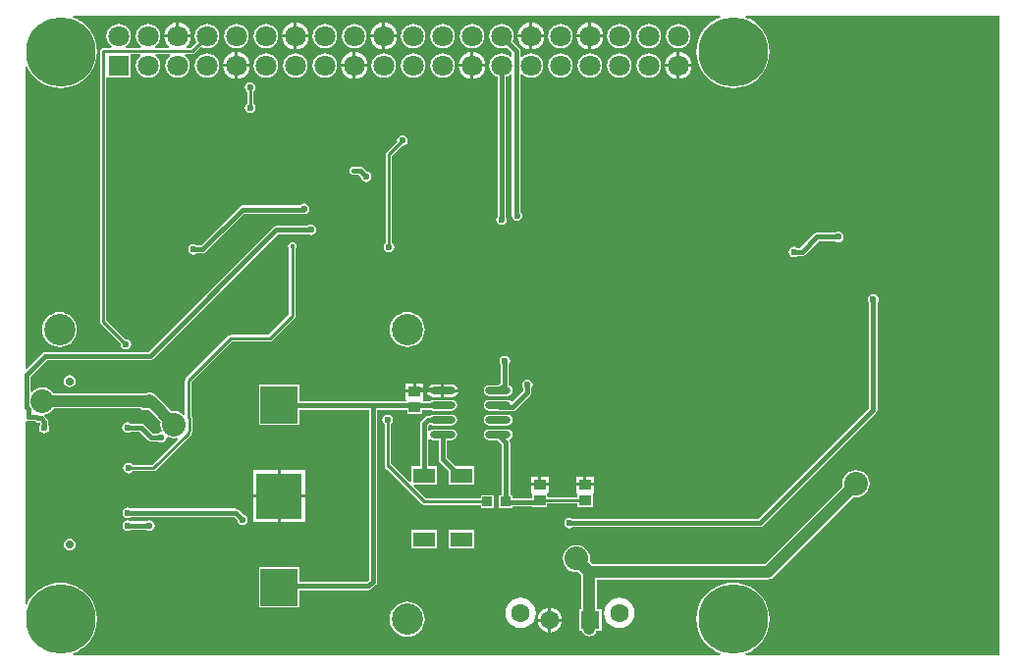
<source format=gbl>
G04*
G04 #@! TF.GenerationSoftware,Altium Limited,Altium Designer,18.0.12 (696)*
G04*
G04 Layer_Physical_Order=2*
G04 Layer_Color=16711680*
%FSLAX25Y25*%
%MOIN*%
G70*
G01*
G75*
%ADD14C,0.01575*%
%ADD17R,0.03347X0.03347*%
%ADD19R,0.03937X0.03543*%
%ADD37R,0.06299X0.06299*%
%ADD81C,0.01000*%
%ADD82C,0.02500*%
%ADD83C,0.01500*%
%ADD84C,0.04000*%
%ADD85C,0.07087*%
%ADD86R,0.07087X0.07087*%
%ADD87C,0.06299*%
%ADD88C,0.02756*%
%ADD89C,0.23622*%
%ADD90C,0.10630*%
%ADD91C,0.02362*%
%ADD92C,0.08000*%
%ADD93C,0.01575*%
%ADD94O,0.08661X0.02362*%
%ADD95R,0.12520X0.12520*%
%ADD96R,0.15590X0.15590*%
%ADD97R,0.07480X0.05118*%
G36*
X223937Y205062D02*
X224036Y204562D01*
X222694Y204006D01*
X221029Y202985D01*
X219543Y201716D01*
X218275Y200231D01*
X217254Y198565D01*
X216506Y196760D01*
X216050Y194861D01*
X215897Y192913D01*
X216050Y190966D01*
X216506Y189066D01*
X217254Y187261D01*
X218275Y185596D01*
X219543Y184110D01*
X221029Y182842D01*
X222694Y181821D01*
X224499Y181073D01*
X226399Y180617D01*
X228346Y180464D01*
X230294Y180617D01*
X232193Y181073D01*
X233998Y181821D01*
X235664Y182842D01*
X237150Y184110D01*
X238418Y185596D01*
X239439Y187261D01*
X240187Y189066D01*
X240643Y190966D01*
X240796Y192913D01*
X240643Y194861D01*
X240187Y196760D01*
X239439Y198565D01*
X238418Y200231D01*
X237150Y201716D01*
X235664Y202985D01*
X233998Y204006D01*
X232657Y204562D01*
X232756Y205062D01*
X318939Y205062D01*
X318939Y-12148D01*
X232756Y-12148D01*
X232657Y-11648D01*
X233998Y-11092D01*
X235664Y-10072D01*
X237150Y-8803D01*
X238418Y-7318D01*
X239439Y-5652D01*
X240187Y-3847D01*
X240643Y-1947D01*
X240796Y0D01*
X240643Y1947D01*
X240187Y3847D01*
X239439Y5652D01*
X238418Y7318D01*
X237150Y8803D01*
X235664Y10072D01*
X233998Y11092D01*
X232193Y11840D01*
X230294Y12296D01*
X228346Y12449D01*
X226399Y12296D01*
X224499Y11840D01*
X222694Y11092D01*
X221029Y10072D01*
X219543Y8803D01*
X218275Y7318D01*
X217254Y5652D01*
X216506Y3847D01*
X216050Y1947D01*
X215897Y0D01*
X216050Y-1947D01*
X216506Y-3847D01*
X217254Y-5652D01*
X218275Y-7318D01*
X219543Y-8803D01*
X221029Y-10072D01*
X222694Y-11092D01*
X224036Y-11648D01*
X223937Y-12148D01*
X4410Y-12148D01*
X4310Y-11648D01*
X5652Y-11092D01*
X7318Y-10072D01*
X8803Y-8803D01*
X10072Y-7318D01*
X11092Y-5652D01*
X11840Y-3847D01*
X12296Y-1947D01*
X12449Y0D01*
X12296Y1947D01*
X11840Y3847D01*
X11092Y5652D01*
X10072Y7318D01*
X8803Y8803D01*
X7318Y10072D01*
X5652Y11092D01*
X3847Y11840D01*
X1947Y12296D01*
X0Y12449D01*
X-1947Y12296D01*
X-3847Y11840D01*
X-5652Y11092D01*
X-7318Y10072D01*
X-8803Y8803D01*
X-10072Y7318D01*
X-11092Y5652D01*
X-11332Y5074D01*
X-11822Y5172D01*
Y67074D01*
X-11322Y67356D01*
X-10925Y67277D01*
X-8692D01*
X-8290Y67008D01*
X-7763Y66904D01*
X-7132D01*
X-6888Y66659D01*
Y66087D01*
X-7190Y65636D01*
X-7328Y64941D01*
X-7190Y64246D01*
X-6796Y63657D01*
X-6207Y63263D01*
X-5512Y63125D01*
X-4817Y63263D01*
X-4228Y63657D01*
X-3834Y64246D01*
X-3696Y64941D01*
X-3834Y65636D01*
X-4135Y66087D01*
Y67229D01*
X-4135Y67229D01*
X-4240Y67756D01*
X-4538Y68203D01*
X-4538Y68203D01*
X-5489Y69153D01*
X-5415Y69534D01*
X-5326Y69679D01*
X-4902Y69735D01*
X-3783Y70198D01*
X-2822Y70935D01*
X-2317Y71594D01*
X27096D01*
X27285Y71449D01*
X27917Y71187D01*
X28596Y71098D01*
X28889Y71137D01*
X28894Y71134D01*
X29573Y71045D01*
X29924Y71091D01*
X34051Y66964D01*
X33943Y66142D01*
X34101Y64941D01*
X34451Y64097D01*
X34387Y63946D01*
X34130Y63603D01*
X33557Y63489D01*
X33163Y63226D01*
X31492D01*
X28559Y66158D01*
X28100Y66464D01*
X27559Y66572D01*
X23808D01*
X23414Y66835D01*
X22719Y66974D01*
X22024Y66835D01*
X21435Y66442D01*
X21041Y65852D01*
X20903Y65158D01*
X21041Y64463D01*
X21435Y63873D01*
X22024Y63480D01*
X22719Y63341D01*
X23414Y63480D01*
X23808Y63743D01*
X26973D01*
X29905Y60811D01*
X30364Y60504D01*
X30906Y60396D01*
X33163D01*
X33557Y60133D01*
X34252Y59995D01*
X34947Y60133D01*
X35536Y60527D01*
X35930Y61116D01*
X36044Y61689D01*
X36387Y61946D01*
X36538Y62010D01*
X37382Y61660D01*
X38583Y61502D01*
X39553Y61630D01*
X39787Y61156D01*
X31130Y52500D01*
X24523D01*
X24414Y52662D01*
X23825Y53056D01*
X23130Y53194D01*
X22435Y53056D01*
X21846Y52662D01*
X21452Y52073D01*
X21314Y51378D01*
X21452Y50683D01*
X21846Y50094D01*
X22435Y49700D01*
X23130Y49562D01*
X23825Y49700D01*
X24414Y50094D01*
X24523Y50256D01*
X31594D01*
X31594Y50256D01*
X32024Y50342D01*
X32388Y50585D01*
X44174Y62371D01*
X44174Y62371D01*
X44417Y62735D01*
X44502Y63164D01*
X44502Y63164D01*
Y63276D01*
X44719Y63600D01*
X44804Y64029D01*
X44804Y64029D01*
Y68254D01*
X44804Y68254D01*
X44719Y68683D01*
X44502Y69007D01*
Y80629D01*
X58224Y94351D01*
X71063D01*
X71063Y94351D01*
X71492Y94436D01*
X71856Y94679D01*
X79533Y102357D01*
X79533Y102357D01*
X79776Y102720D01*
X79862Y103150D01*
Y125953D01*
X80047Y126230D01*
X80155Y126772D01*
X80047Y127313D01*
X79740Y127772D01*
X79282Y128078D01*
X78740Y128186D01*
X78199Y128078D01*
X77740Y127772D01*
X77433Y127313D01*
X77326Y126772D01*
X77433Y126230D01*
X77619Y125953D01*
Y103614D01*
X70598Y96594D01*
X57760D01*
X57330Y96509D01*
X56967Y96266D01*
X56967Y96266D01*
X42588Y81887D01*
X42345Y81523D01*
X42259Y81094D01*
X42259Y81094D01*
Y69661D01*
X41759Y69502D01*
X40903Y70160D01*
X39783Y70623D01*
X38583Y70781D01*
X37760Y70673D01*
X32563Y75870D01*
X32562Y75871D01*
X32169Y76264D01*
X31626Y76680D01*
X30994Y76942D01*
X30315Y77032D01*
X29636Y76942D01*
X29245Y76780D01*
X29058Y76805D01*
X28707Y76759D01*
X28100Y76839D01*
X28100Y76839D01*
X-2317D01*
X-2822Y77497D01*
X-3783Y78234D01*
X-4902Y78698D01*
X-6103Y78856D01*
X-7304Y78698D01*
X-8422Y78234D01*
X-9383Y77497D01*
X-9625Y77183D01*
X-10098Y77343D01*
Y82536D01*
X-4641Y87994D01*
X30394D01*
X30920Y88098D01*
X31367Y88397D01*
X73877Y130907D01*
X83894D01*
X84344Y130606D01*
X85039Y130467D01*
X85734Y130606D01*
X86323Y130999D01*
X86717Y131588D01*
X86855Y132283D01*
X86717Y132978D01*
X86323Y133568D01*
X85734Y133961D01*
X85039Y134099D01*
X84344Y133961D01*
X83894Y133660D01*
X73307D01*
X72780Y133555D01*
X72334Y133257D01*
X72334Y133257D01*
X29824Y90746D01*
X-5211D01*
X-5738Y90642D01*
X-6184Y90343D01*
X-11360Y85167D01*
X-11822Y85359D01*
X-11822Y187741D01*
X-11332Y187839D01*
X-11092Y187261D01*
X-10072Y185596D01*
X-8803Y184110D01*
X-7318Y182842D01*
X-5652Y181821D01*
X-3847Y181073D01*
X-1947Y180617D01*
X0Y180464D01*
X1947Y180617D01*
X3847Y181073D01*
X5652Y181821D01*
X7318Y182842D01*
X8803Y184110D01*
X10072Y185596D01*
X11092Y187261D01*
X11840Y189066D01*
X12296Y190966D01*
X12449Y192913D01*
X12296Y194861D01*
X11840Y196760D01*
X11092Y198565D01*
X10072Y200231D01*
X8803Y201716D01*
X7318Y202985D01*
X5652Y204006D01*
X4310Y204562D01*
X4410Y205062D01*
X223937Y205062D01*
D02*
G37*
%LPC*%
G36*
X180264Y202706D02*
Y198689D01*
X184281D01*
X184190Y199375D01*
X183732Y200480D01*
X183004Y201429D01*
X182055Y202157D01*
X180950Y202615D01*
X180264Y202706D01*
D02*
G37*
G36*
X179264D02*
X178578Y202615D01*
X177472Y202157D01*
X176523Y201429D01*
X175795Y200480D01*
X175337Y199375D01*
X175247Y198689D01*
X179264D01*
Y202706D01*
D02*
G37*
G36*
X160264D02*
Y198689D01*
X164280D01*
X164190Y199375D01*
X163732Y200480D01*
X163004Y201429D01*
X162055Y202157D01*
X160950Y202615D01*
X160264Y202706D01*
D02*
G37*
G36*
X159264D02*
X158578Y202615D01*
X157473Y202157D01*
X156524Y201429D01*
X155795Y200480D01*
X155337Y199375D01*
X155247Y198689D01*
X159264D01*
Y202706D01*
D02*
G37*
G36*
X110264D02*
Y198689D01*
X114280D01*
X114190Y199375D01*
X113732Y200480D01*
X113004Y201429D01*
X112055Y202157D01*
X110950Y202615D01*
X110264Y202706D01*
D02*
G37*
G36*
X109264D02*
X108578Y202615D01*
X107473Y202157D01*
X106524Y201429D01*
X105795Y200480D01*
X105337Y199375D01*
X105247Y198689D01*
X109264D01*
Y202706D01*
D02*
G37*
G36*
X80264D02*
Y198689D01*
X84281D01*
X84190Y199375D01*
X83732Y200480D01*
X83004Y201429D01*
X82055Y202157D01*
X80950Y202615D01*
X80264Y202706D01*
D02*
G37*
G36*
X79264D02*
X78578Y202615D01*
X77473Y202157D01*
X76524Y201429D01*
X75795Y200480D01*
X75337Y199375D01*
X75247Y198689D01*
X79264D01*
Y202706D01*
D02*
G37*
G36*
X40264D02*
Y198689D01*
X44280D01*
X44190Y199375D01*
X43732Y200480D01*
X43004Y201429D01*
X42055Y202157D01*
X40950Y202615D01*
X40264Y202706D01*
D02*
G37*
G36*
X39264D02*
X38578Y202615D01*
X37473Y202157D01*
X36524Y201429D01*
X35795Y200480D01*
X35337Y199375D01*
X35247Y198689D01*
X39264D01*
Y202706D01*
D02*
G37*
G36*
X49764Y202368D02*
X48682Y202226D01*
X47674Y201808D01*
X46809Y201144D01*
X46145Y200278D01*
X45727Y199271D01*
X45585Y198189D01*
X45727Y197107D01*
X46128Y196139D01*
X44221Y194232D01*
X42848D01*
X42687Y194706D01*
X43004Y194949D01*
X43732Y195898D01*
X44190Y197003D01*
X44280Y197689D01*
X35247D01*
X35337Y197003D01*
X35795Y195898D01*
X36524Y194949D01*
X36840Y194706D01*
X36680Y194232D01*
X32234D01*
X32065Y194732D01*
X32719Y195234D01*
X33383Y196099D01*
X33800Y197107D01*
X33943Y198189D01*
X33800Y199271D01*
X33383Y200278D01*
X32719Y201144D01*
X31853Y201808D01*
X30845Y202226D01*
X29764Y202368D01*
X28682Y202226D01*
X27674Y201808D01*
X26809Y201144D01*
X26145Y200278D01*
X25727Y199271D01*
X25585Y198189D01*
X25727Y197107D01*
X26145Y196099D01*
X26809Y195234D01*
X27463Y194732D01*
X27293Y194232D01*
X22234D01*
X22065Y194732D01*
X22719Y195234D01*
X23383Y196099D01*
X23800Y197107D01*
X23943Y198189D01*
X23800Y199271D01*
X23383Y200278D01*
X22719Y201144D01*
X21853Y201808D01*
X20845Y202226D01*
X19764Y202368D01*
X18682Y202226D01*
X17674Y201808D01*
X16809Y201144D01*
X16145Y200278D01*
X15727Y199271D01*
X15585Y198189D01*
X15727Y197107D01*
X16145Y196099D01*
X16809Y195234D01*
X17463Y194732D01*
X17293Y194232D01*
X14469D01*
X14040Y194147D01*
X13676Y193904D01*
X13433Y193540D01*
X13347Y193111D01*
Y101181D01*
X13347Y101181D01*
X13433Y100752D01*
X13676Y100388D01*
X20466Y93597D01*
X20428Y93405D01*
X20566Y92711D01*
X20960Y92121D01*
X21549Y91728D01*
X22244Y91589D01*
X22939Y91728D01*
X23528Y92121D01*
X23922Y92711D01*
X24060Y93405D01*
X23922Y94100D01*
X23528Y94690D01*
X22939Y95083D01*
X22244Y95222D01*
X22052Y95183D01*
X15590Y101645D01*
Y183558D01*
X15620Y184046D01*
X23907D01*
Y191989D01*
X27089D01*
X27258Y191489D01*
X26809Y191144D01*
X26145Y190278D01*
X25727Y189271D01*
X25585Y188189D01*
X25727Y187107D01*
X26145Y186100D01*
X26809Y185234D01*
X27674Y184570D01*
X28682Y184152D01*
X29764Y184010D01*
X30845Y184152D01*
X31853Y184570D01*
X32719Y185234D01*
X33383Y186100D01*
X33800Y187107D01*
X33943Y188189D01*
X33800Y189271D01*
X33383Y190278D01*
X32719Y191144D01*
X32269Y191489D01*
X32439Y191989D01*
X37089D01*
X37258Y191489D01*
X36809Y191144D01*
X36145Y190278D01*
X35727Y189271D01*
X35585Y188189D01*
X35727Y187107D01*
X36145Y186100D01*
X36809Y185234D01*
X37674Y184570D01*
X38682Y184152D01*
X39764Y184010D01*
X40845Y184152D01*
X41853Y184570D01*
X42719Y185234D01*
X43383Y186100D01*
X43800Y187107D01*
X43943Y188189D01*
X43800Y189271D01*
X43383Y190278D01*
X42719Y191144D01*
X42269Y191489D01*
X42439Y191989D01*
X44685D01*
X44685Y191989D01*
X45114Y192074D01*
X45478Y192317D01*
X47714Y194553D01*
X48682Y194152D01*
X49764Y194010D01*
X50845Y194152D01*
X51853Y194570D01*
X52719Y195234D01*
X53383Y196099D01*
X53800Y197107D01*
X53943Y198189D01*
X53800Y199271D01*
X53383Y200278D01*
X52719Y201144D01*
X51853Y201808D01*
X50845Y202226D01*
X49764Y202368D01*
D02*
G37*
G36*
X209764D02*
X208682Y202226D01*
X207674Y201808D01*
X206809Y201144D01*
X206145Y200278D01*
X205727Y199271D01*
X205585Y198189D01*
X205727Y197107D01*
X206145Y196099D01*
X206809Y195234D01*
X207674Y194570D01*
X208682Y194152D01*
X209764Y194010D01*
X210845Y194152D01*
X211853Y194570D01*
X212719Y195234D01*
X213383Y196099D01*
X213800Y197107D01*
X213943Y198189D01*
X213800Y199271D01*
X213383Y200278D01*
X212719Y201144D01*
X211853Y201808D01*
X210845Y202226D01*
X209764Y202368D01*
D02*
G37*
G36*
X199764D02*
X198682Y202226D01*
X197674Y201808D01*
X196809Y201144D01*
X196145Y200278D01*
X195727Y199271D01*
X195585Y198189D01*
X195727Y197107D01*
X196145Y196099D01*
X196809Y195234D01*
X197674Y194570D01*
X198682Y194152D01*
X199764Y194010D01*
X200845Y194152D01*
X201853Y194570D01*
X202719Y195234D01*
X203383Y196099D01*
X203800Y197107D01*
X203943Y198189D01*
X203800Y199271D01*
X203383Y200278D01*
X202719Y201144D01*
X201853Y201808D01*
X200845Y202226D01*
X199764Y202368D01*
D02*
G37*
G36*
X189764D02*
X188682Y202226D01*
X187674Y201808D01*
X186809Y201144D01*
X186145Y200278D01*
X185727Y199271D01*
X185585Y198189D01*
X185727Y197107D01*
X186145Y196099D01*
X186809Y195234D01*
X187674Y194570D01*
X188682Y194152D01*
X189764Y194010D01*
X190845Y194152D01*
X191853Y194570D01*
X192719Y195234D01*
X193383Y196099D01*
X193800Y197107D01*
X193943Y198189D01*
X193800Y199271D01*
X193383Y200278D01*
X192719Y201144D01*
X191853Y201808D01*
X190845Y202226D01*
X189764Y202368D01*
D02*
G37*
G36*
X169764D02*
X168682Y202226D01*
X167674Y201808D01*
X166809Y201144D01*
X166145Y200278D01*
X165727Y199271D01*
X165585Y198189D01*
X165727Y197107D01*
X166145Y196099D01*
X166809Y195234D01*
X167674Y194570D01*
X168682Y194152D01*
X169764Y194010D01*
X170845Y194152D01*
X171853Y194570D01*
X172719Y195234D01*
X173383Y196099D01*
X173800Y197107D01*
X173943Y198189D01*
X173800Y199271D01*
X173383Y200278D01*
X172719Y201144D01*
X171853Y201808D01*
X170845Y202226D01*
X169764Y202368D01*
D02*
G37*
G36*
X139764D02*
X138682Y202226D01*
X137674Y201808D01*
X136809Y201144D01*
X136145Y200278D01*
X135727Y199271D01*
X135585Y198189D01*
X135727Y197107D01*
X136145Y196099D01*
X136809Y195234D01*
X137674Y194570D01*
X138682Y194152D01*
X139764Y194010D01*
X140845Y194152D01*
X141853Y194570D01*
X142719Y195234D01*
X143383Y196099D01*
X143800Y197107D01*
X143943Y198189D01*
X143800Y199271D01*
X143383Y200278D01*
X142719Y201144D01*
X141853Y201808D01*
X140845Y202226D01*
X139764Y202368D01*
D02*
G37*
G36*
X129764D02*
X128682Y202226D01*
X127674Y201808D01*
X126809Y201144D01*
X126145Y200278D01*
X125727Y199271D01*
X125585Y198189D01*
X125727Y197107D01*
X126145Y196099D01*
X126809Y195234D01*
X127674Y194570D01*
X128682Y194152D01*
X129764Y194010D01*
X130845Y194152D01*
X131853Y194570D01*
X132719Y195234D01*
X133383Y196099D01*
X133800Y197107D01*
X133943Y198189D01*
X133800Y199271D01*
X133383Y200278D01*
X132719Y201144D01*
X131853Y201808D01*
X130845Y202226D01*
X129764Y202368D01*
D02*
G37*
G36*
X119764D02*
X118682Y202226D01*
X117674Y201808D01*
X116809Y201144D01*
X116145Y200278D01*
X115727Y199271D01*
X115585Y198189D01*
X115727Y197107D01*
X116145Y196099D01*
X116809Y195234D01*
X117674Y194570D01*
X118682Y194152D01*
X119764Y194010D01*
X120845Y194152D01*
X121853Y194570D01*
X122719Y195234D01*
X123383Y196099D01*
X123800Y197107D01*
X123943Y198189D01*
X123800Y199271D01*
X123383Y200278D01*
X122719Y201144D01*
X121853Y201808D01*
X120845Y202226D01*
X119764Y202368D01*
D02*
G37*
G36*
X99764D02*
X98682Y202226D01*
X97674Y201808D01*
X96809Y201144D01*
X96145Y200278D01*
X95727Y199271D01*
X95585Y198189D01*
X95727Y197107D01*
X96145Y196099D01*
X96809Y195234D01*
X97674Y194570D01*
X98682Y194152D01*
X99764Y194010D01*
X100845Y194152D01*
X101853Y194570D01*
X102719Y195234D01*
X103383Y196099D01*
X103800Y197107D01*
X103943Y198189D01*
X103800Y199271D01*
X103383Y200278D01*
X102719Y201144D01*
X101853Y201808D01*
X100845Y202226D01*
X99764Y202368D01*
D02*
G37*
G36*
X89764D02*
X88682Y202226D01*
X87674Y201808D01*
X86809Y201144D01*
X86145Y200278D01*
X85727Y199271D01*
X85585Y198189D01*
X85727Y197107D01*
X86145Y196099D01*
X86809Y195234D01*
X87674Y194570D01*
X88682Y194152D01*
X89764Y194010D01*
X90845Y194152D01*
X91853Y194570D01*
X92719Y195234D01*
X93383Y196099D01*
X93800Y197107D01*
X93943Y198189D01*
X93800Y199271D01*
X93383Y200278D01*
X92719Y201144D01*
X91853Y201808D01*
X90845Y202226D01*
X89764Y202368D01*
D02*
G37*
G36*
X69764D02*
X68682Y202226D01*
X67674Y201808D01*
X66809Y201144D01*
X66145Y200278D01*
X65727Y199271D01*
X65585Y198189D01*
X65727Y197107D01*
X66145Y196099D01*
X66809Y195234D01*
X67674Y194570D01*
X68682Y194152D01*
X69764Y194010D01*
X70845Y194152D01*
X71853Y194570D01*
X72719Y195234D01*
X73383Y196099D01*
X73800Y197107D01*
X73943Y198189D01*
X73800Y199271D01*
X73383Y200278D01*
X72719Y201144D01*
X71853Y201808D01*
X70845Y202226D01*
X69764Y202368D01*
D02*
G37*
G36*
X59764D02*
X58682Y202226D01*
X57674Y201808D01*
X56809Y201144D01*
X56145Y200278D01*
X55727Y199271D01*
X55585Y198189D01*
X55727Y197107D01*
X56145Y196099D01*
X56809Y195234D01*
X57674Y194570D01*
X58682Y194152D01*
X59764Y194010D01*
X60845Y194152D01*
X61853Y194570D01*
X62719Y195234D01*
X63383Y196099D01*
X63800Y197107D01*
X63943Y198189D01*
X63800Y199271D01*
X63383Y200278D01*
X62719Y201144D01*
X61853Y201808D01*
X60845Y202226D01*
X59764Y202368D01*
D02*
G37*
G36*
X184281Y197689D02*
X180264D01*
Y193672D01*
X180950Y193763D01*
X182055Y194220D01*
X183004Y194949D01*
X183732Y195898D01*
X184190Y197003D01*
X184281Y197689D01*
D02*
G37*
G36*
X179264D02*
X175247D01*
X175337Y197003D01*
X175795Y195898D01*
X176523Y194949D01*
X177472Y194220D01*
X178578Y193763D01*
X179264Y193672D01*
Y197689D01*
D02*
G37*
G36*
X164280D02*
X160264D01*
Y193672D01*
X160950Y193763D01*
X162055Y194220D01*
X163004Y194949D01*
X163732Y195898D01*
X164190Y197003D01*
X164280Y197689D01*
D02*
G37*
G36*
X159264D02*
X155247D01*
X155337Y197003D01*
X155795Y195898D01*
X156524Y194949D01*
X157473Y194220D01*
X158578Y193763D01*
X159264Y193672D01*
Y197689D01*
D02*
G37*
G36*
X114280D02*
X110264D01*
Y193672D01*
X110950Y193763D01*
X112055Y194220D01*
X113004Y194949D01*
X113732Y195898D01*
X114190Y197003D01*
X114280Y197689D01*
D02*
G37*
G36*
X109264D02*
X105247D01*
X105337Y197003D01*
X105795Y195898D01*
X106524Y194949D01*
X107473Y194220D01*
X108578Y193763D01*
X109264Y193672D01*
Y197689D01*
D02*
G37*
G36*
X84281D02*
X80264D01*
Y193672D01*
X80950Y193763D01*
X82055Y194220D01*
X83004Y194949D01*
X83732Y195898D01*
X84190Y197003D01*
X84281Y197689D01*
D02*
G37*
G36*
X79264D02*
X75247D01*
X75337Y197003D01*
X75795Y195898D01*
X76524Y194949D01*
X77473Y194220D01*
X78578Y193763D01*
X79264Y193672D01*
Y197689D01*
D02*
G37*
G36*
X149764Y202368D02*
X148682Y202226D01*
X147674Y201808D01*
X146809Y201144D01*
X146145Y200278D01*
X145727Y199271D01*
X145585Y198189D01*
X145727Y197107D01*
X146145Y196099D01*
X146809Y195234D01*
X147674Y194570D01*
X148682Y194152D01*
X149764Y194010D01*
X150845Y194152D01*
X151520Y194432D01*
X153310Y192642D01*
Y191151D01*
X152836Y190991D01*
X152719Y191144D01*
X151853Y191808D01*
X150845Y192226D01*
X149764Y192368D01*
X148682Y192226D01*
X147674Y191808D01*
X146809Y191144D01*
X146145Y190278D01*
X145727Y189271D01*
X145585Y188189D01*
X145727Y187107D01*
X146145Y186100D01*
X146809Y185234D01*
X147674Y184570D01*
X148349Y184290D01*
Y136916D01*
X148086Y136522D01*
X147948Y135827D01*
X148086Y135132D01*
X148480Y134543D01*
X149069Y134149D01*
X149764Y134011D01*
X150459Y134149D01*
X151048Y134543D01*
X151442Y135132D01*
X151580Y135827D01*
X151442Y136522D01*
X151178Y136916D01*
Y184290D01*
X151853Y184570D01*
X152719Y185234D01*
X152836Y185387D01*
X153310Y185226D01*
Y137738D01*
X153204Y137205D01*
X153342Y136510D01*
X153736Y135921D01*
X154325Y135527D01*
X155020Y135389D01*
X155715Y135527D01*
X156304Y135921D01*
X156697Y136510D01*
X156836Y137205D01*
X156697Y137900D01*
X156304Y138489D01*
X156139Y138599D01*
Y185285D01*
X156639Y185455D01*
X156809Y185234D01*
X157674Y184570D01*
X158682Y184152D01*
X159764Y184010D01*
X160845Y184152D01*
X161853Y184570D01*
X162719Y185234D01*
X163383Y186100D01*
X163800Y187107D01*
X163943Y188189D01*
X163800Y189271D01*
X163383Y190278D01*
X162719Y191144D01*
X161853Y191808D01*
X160845Y192226D01*
X159764Y192368D01*
X158682Y192226D01*
X157674Y191808D01*
X156809Y191144D01*
X156639Y190923D01*
X156139Y191093D01*
Y193228D01*
X156031Y193770D01*
X155725Y194229D01*
X153521Y196432D01*
X153800Y197107D01*
X153943Y198189D01*
X153800Y199271D01*
X153383Y200278D01*
X152719Y201144D01*
X151853Y201808D01*
X150845Y202226D01*
X149764Y202368D01*
D02*
G37*
G36*
X210264Y192706D02*
Y188689D01*
X214281D01*
X214190Y189375D01*
X213732Y190480D01*
X213004Y191429D01*
X212055Y192157D01*
X210950Y192615D01*
X210264Y192706D01*
D02*
G37*
G36*
X209264D02*
X208578Y192615D01*
X207472Y192157D01*
X206523Y191429D01*
X205795Y190480D01*
X205337Y189375D01*
X205247Y188689D01*
X209264D01*
Y192706D01*
D02*
G37*
G36*
X140264D02*
Y188689D01*
X144281D01*
X144190Y189375D01*
X143732Y190480D01*
X143004Y191429D01*
X142055Y192157D01*
X140950Y192615D01*
X140264Y192706D01*
D02*
G37*
G36*
X139264D02*
X138578Y192615D01*
X137472Y192157D01*
X136523Y191429D01*
X135795Y190480D01*
X135337Y189375D01*
X135247Y188689D01*
X139264D01*
Y192706D01*
D02*
G37*
G36*
X100264D02*
Y188689D01*
X104280D01*
X104190Y189375D01*
X103732Y190480D01*
X103004Y191429D01*
X102055Y192157D01*
X100950Y192615D01*
X100264Y192706D01*
D02*
G37*
G36*
X99264D02*
X98578Y192615D01*
X97473Y192157D01*
X96523Y191429D01*
X95795Y190480D01*
X95337Y189375D01*
X95247Y188689D01*
X99264D01*
Y192706D01*
D02*
G37*
G36*
X60264D02*
Y188689D01*
X64280D01*
X64190Y189375D01*
X63732Y190480D01*
X63004Y191429D01*
X62055Y192157D01*
X60950Y192615D01*
X60264Y192706D01*
D02*
G37*
G36*
X59264D02*
X58578Y192615D01*
X57472Y192157D01*
X56524Y191429D01*
X55795Y190480D01*
X55337Y189375D01*
X55247Y188689D01*
X59264D01*
Y192706D01*
D02*
G37*
G36*
X199764Y192368D02*
X198682Y192226D01*
X197674Y191808D01*
X196809Y191144D01*
X196145Y190278D01*
X195727Y189271D01*
X195585Y188189D01*
X195727Y187107D01*
X196145Y186100D01*
X196809Y185234D01*
X197674Y184570D01*
X198682Y184152D01*
X199764Y184010D01*
X200845Y184152D01*
X201853Y184570D01*
X202719Y185234D01*
X203383Y186100D01*
X203800Y187107D01*
X203943Y188189D01*
X203800Y189271D01*
X203383Y190278D01*
X202719Y191144D01*
X201853Y191808D01*
X200845Y192226D01*
X199764Y192368D01*
D02*
G37*
G36*
X189764D02*
X188682Y192226D01*
X187674Y191808D01*
X186809Y191144D01*
X186145Y190278D01*
X185727Y189271D01*
X185585Y188189D01*
X185727Y187107D01*
X186145Y186100D01*
X186809Y185234D01*
X187674Y184570D01*
X188682Y184152D01*
X189764Y184010D01*
X190845Y184152D01*
X191853Y184570D01*
X192719Y185234D01*
X193383Y186100D01*
X193800Y187107D01*
X193943Y188189D01*
X193800Y189271D01*
X193383Y190278D01*
X192719Y191144D01*
X191853Y191808D01*
X190845Y192226D01*
X189764Y192368D01*
D02*
G37*
G36*
X179764D02*
X178682Y192226D01*
X177674Y191808D01*
X176809Y191144D01*
X176145Y190278D01*
X175727Y189271D01*
X175585Y188189D01*
X175727Y187107D01*
X176145Y186100D01*
X176809Y185234D01*
X177674Y184570D01*
X178682Y184152D01*
X179764Y184010D01*
X180845Y184152D01*
X181853Y184570D01*
X182719Y185234D01*
X183383Y186100D01*
X183800Y187107D01*
X183943Y188189D01*
X183800Y189271D01*
X183383Y190278D01*
X182719Y191144D01*
X181853Y191808D01*
X180845Y192226D01*
X179764Y192368D01*
D02*
G37*
G36*
X169764D02*
X168682Y192226D01*
X167674Y191808D01*
X166809Y191144D01*
X166145Y190278D01*
X165727Y189271D01*
X165585Y188189D01*
X165727Y187107D01*
X166145Y186100D01*
X166809Y185234D01*
X167674Y184570D01*
X168682Y184152D01*
X169764Y184010D01*
X170845Y184152D01*
X171853Y184570D01*
X172719Y185234D01*
X173383Y186100D01*
X173800Y187107D01*
X173943Y188189D01*
X173800Y189271D01*
X173383Y190278D01*
X172719Y191144D01*
X171853Y191808D01*
X170845Y192226D01*
X169764Y192368D01*
D02*
G37*
G36*
X129764D02*
X128682Y192226D01*
X127674Y191808D01*
X126809Y191144D01*
X126145Y190278D01*
X125727Y189271D01*
X125585Y188189D01*
X125727Y187107D01*
X126145Y186100D01*
X126809Y185234D01*
X127674Y184570D01*
X128682Y184152D01*
X129764Y184010D01*
X130845Y184152D01*
X131853Y184570D01*
X132719Y185234D01*
X133383Y186100D01*
X133800Y187107D01*
X133943Y188189D01*
X133800Y189271D01*
X133383Y190278D01*
X132719Y191144D01*
X131853Y191808D01*
X130845Y192226D01*
X129764Y192368D01*
D02*
G37*
G36*
X119764D02*
X118682Y192226D01*
X117674Y191808D01*
X116809Y191144D01*
X116145Y190278D01*
X115727Y189271D01*
X115585Y188189D01*
X115727Y187107D01*
X116145Y186100D01*
X116809Y185234D01*
X117674Y184570D01*
X118682Y184152D01*
X119764Y184010D01*
X120845Y184152D01*
X121853Y184570D01*
X122719Y185234D01*
X123383Y186100D01*
X123800Y187107D01*
X123943Y188189D01*
X123800Y189271D01*
X123383Y190278D01*
X122719Y191144D01*
X121853Y191808D01*
X120845Y192226D01*
X119764Y192368D01*
D02*
G37*
G36*
X109764D02*
X108682Y192226D01*
X107674Y191808D01*
X106809Y191144D01*
X106145Y190278D01*
X105727Y189271D01*
X105585Y188189D01*
X105727Y187107D01*
X106145Y186100D01*
X106809Y185234D01*
X107674Y184570D01*
X108682Y184152D01*
X109764Y184010D01*
X110845Y184152D01*
X111853Y184570D01*
X112719Y185234D01*
X113383Y186100D01*
X113800Y187107D01*
X113943Y188189D01*
X113800Y189271D01*
X113383Y190278D01*
X112719Y191144D01*
X111853Y191808D01*
X110845Y192226D01*
X109764Y192368D01*
D02*
G37*
G36*
X89764D02*
X88682Y192226D01*
X87674Y191808D01*
X86809Y191144D01*
X86145Y190278D01*
X85727Y189271D01*
X85585Y188189D01*
X85727Y187107D01*
X86145Y186100D01*
X86809Y185234D01*
X87674Y184570D01*
X88682Y184152D01*
X89764Y184010D01*
X90845Y184152D01*
X91853Y184570D01*
X92719Y185234D01*
X93383Y186100D01*
X93800Y187107D01*
X93943Y188189D01*
X93800Y189271D01*
X93383Y190278D01*
X92719Y191144D01*
X91853Y191808D01*
X90845Y192226D01*
X89764Y192368D01*
D02*
G37*
G36*
X79764D02*
X78682Y192226D01*
X77674Y191808D01*
X76809Y191144D01*
X76145Y190278D01*
X75727Y189271D01*
X75585Y188189D01*
X75727Y187107D01*
X76145Y186100D01*
X76809Y185234D01*
X77674Y184570D01*
X78682Y184152D01*
X79764Y184010D01*
X80845Y184152D01*
X81853Y184570D01*
X82719Y185234D01*
X83383Y186100D01*
X83800Y187107D01*
X83943Y188189D01*
X83800Y189271D01*
X83383Y190278D01*
X82719Y191144D01*
X81853Y191808D01*
X80845Y192226D01*
X79764Y192368D01*
D02*
G37*
G36*
X69764D02*
X68682Y192226D01*
X67674Y191808D01*
X66809Y191144D01*
X66145Y190278D01*
X65727Y189271D01*
X65585Y188189D01*
X65727Y187107D01*
X66145Y186100D01*
X66809Y185234D01*
X67674Y184570D01*
X68682Y184152D01*
X69764Y184010D01*
X70845Y184152D01*
X71853Y184570D01*
X72719Y185234D01*
X73383Y186100D01*
X73800Y187107D01*
X73943Y188189D01*
X73800Y189271D01*
X73383Y190278D01*
X72719Y191144D01*
X71853Y191808D01*
X70845Y192226D01*
X69764Y192368D01*
D02*
G37*
G36*
X49764D02*
X48682Y192226D01*
X47674Y191808D01*
X46809Y191144D01*
X46145Y190278D01*
X45727Y189271D01*
X45585Y188189D01*
X45727Y187107D01*
X46145Y186100D01*
X46809Y185234D01*
X47674Y184570D01*
X48682Y184152D01*
X49764Y184010D01*
X50845Y184152D01*
X51853Y184570D01*
X52719Y185234D01*
X53383Y186100D01*
X53800Y187107D01*
X53943Y188189D01*
X53800Y189271D01*
X53383Y190278D01*
X52719Y191144D01*
X51853Y191808D01*
X50845Y192226D01*
X49764Y192368D01*
D02*
G37*
G36*
X214281Y187689D02*
X210264D01*
Y183672D01*
X210950Y183763D01*
X212055Y184220D01*
X213004Y184949D01*
X213732Y185898D01*
X214190Y187003D01*
X214281Y187689D01*
D02*
G37*
G36*
X209264D02*
X205247D01*
X205337Y187003D01*
X205795Y185898D01*
X206523Y184949D01*
X207472Y184220D01*
X208578Y183763D01*
X209264Y183672D01*
Y187689D01*
D02*
G37*
G36*
X144281D02*
X140264D01*
Y183672D01*
X140950Y183763D01*
X142055Y184220D01*
X143004Y184949D01*
X143732Y185898D01*
X144190Y187003D01*
X144281Y187689D01*
D02*
G37*
G36*
X139264D02*
X135247D01*
X135337Y187003D01*
X135795Y185898D01*
X136523Y184949D01*
X137472Y184220D01*
X138578Y183763D01*
X139264Y183672D01*
Y187689D01*
D02*
G37*
G36*
X104280D02*
X100264D01*
Y183672D01*
X100950Y183763D01*
X102055Y184220D01*
X103004Y184949D01*
X103732Y185898D01*
X104190Y187003D01*
X104280Y187689D01*
D02*
G37*
G36*
X99264D02*
X95247D01*
X95337Y187003D01*
X95795Y185898D01*
X96523Y184949D01*
X97473Y184220D01*
X98578Y183763D01*
X99264Y183672D01*
Y187689D01*
D02*
G37*
G36*
X64280D02*
X60264D01*
Y183672D01*
X60950Y183763D01*
X62055Y184220D01*
X63004Y184949D01*
X63732Y185898D01*
X64190Y187003D01*
X64280Y187689D01*
D02*
G37*
G36*
X59264D02*
X55247D01*
X55337Y187003D01*
X55795Y185898D01*
X56524Y184949D01*
X57472Y184220D01*
X58578Y183763D01*
X59264Y183672D01*
Y187689D01*
D02*
G37*
G36*
X64370Y182525D02*
X63675Y182386D01*
X63086Y181993D01*
X62692Y181404D01*
X62554Y180709D01*
X62692Y180014D01*
X63086Y179425D01*
X63347Y179250D01*
Y175212D01*
X63184Y175103D01*
X62791Y174514D01*
X62652Y173819D01*
X62791Y173124D01*
X63184Y172535D01*
X63774Y172141D01*
X64468Y172003D01*
X65163Y172141D01*
X65753Y172535D01*
X66146Y173124D01*
X66285Y173819D01*
X66146Y174514D01*
X65753Y175103D01*
X65590Y175212D01*
Y179382D01*
X65654Y179425D01*
X66048Y180014D01*
X66186Y180709D01*
X66048Y181404D01*
X65654Y181993D01*
X65065Y182386D01*
X64370Y182525D01*
D02*
G37*
G36*
X116142Y164414D02*
X115447Y164276D01*
X114858Y163883D01*
X114464Y163293D01*
X114326Y162598D01*
X114364Y162407D01*
X110723Y158765D01*
X110480Y158402D01*
X110394Y157973D01*
X110394Y157972D01*
Y127869D01*
X110232Y127761D01*
X109838Y127171D01*
X109700Y126476D01*
X109838Y125781D01*
X110232Y125192D01*
X110821Y124799D01*
X111516Y124660D01*
X112211Y124799D01*
X112800Y125192D01*
X113194Y125781D01*
X113332Y126476D01*
X113194Y127171D01*
X112800Y127761D01*
X112637Y127869D01*
Y157508D01*
X115950Y160821D01*
X116142Y160782D01*
X116837Y160921D01*
X117426Y161314D01*
X117819Y161904D01*
X117958Y162598D01*
X117819Y163293D01*
X117426Y163883D01*
X116837Y164276D01*
X116142Y164414D01*
D02*
G37*
G36*
X101730Y153814D02*
X99541D01*
X99014Y153709D01*
X98568Y153410D01*
X98269Y152964D01*
X98164Y152437D01*
X98269Y151910D01*
X98568Y151464D01*
X99014Y151165D01*
X99541Y151061D01*
X101159D01*
X102017Y150203D01*
X102123Y149671D01*
X102516Y149082D01*
X103105Y148688D01*
X103800Y148550D01*
X104495Y148688D01*
X105085Y149082D01*
X105478Y149671D01*
X105616Y150366D01*
X105478Y151061D01*
X105085Y151650D01*
X104495Y152044D01*
X103963Y152150D01*
X102703Y153410D01*
X102256Y153709D01*
X101730Y153814D01*
D02*
G37*
G36*
X82677Y141261D02*
X81982Y141123D01*
X81393Y140729D01*
X81299Y140588D01*
X61811D01*
X61270Y140480D01*
X60811Y140173D01*
X47733Y127096D01*
X46266D01*
X45872Y127359D01*
X45177Y127497D01*
X44482Y127359D01*
X43893Y126965D01*
X43499Y126376D01*
X43361Y125681D01*
X43499Y124986D01*
X43893Y124397D01*
X44482Y124003D01*
X45177Y123865D01*
X45872Y124003D01*
X46266Y124267D01*
X48319D01*
X48860Y124374D01*
X49319Y124681D01*
X62397Y137759D01*
X82025D01*
X82677Y137629D01*
X83372Y137767D01*
X83961Y138161D01*
X84355Y138750D01*
X84493Y139445D01*
X84355Y140140D01*
X83961Y140729D01*
X83372Y141123D01*
X82677Y141261D01*
D02*
G37*
G36*
X264173Y131737D02*
X263478Y131599D01*
X263084Y131336D01*
X256866D01*
X256324Y131228D01*
X255866Y130921D01*
X251162Y126218D01*
X250105D01*
X249711Y126481D01*
X249016Y126619D01*
X248321Y126481D01*
X247732Y126087D01*
X247338Y125498D01*
X247200Y124803D01*
X247338Y124108D01*
X247732Y123519D01*
X248321Y123125D01*
X249016Y122987D01*
X249711Y123125D01*
X250105Y123389D01*
X251748D01*
X252289Y123496D01*
X252748Y123803D01*
X257452Y128507D01*
X263084D01*
X263478Y128244D01*
X264173Y128105D01*
X264868Y128244D01*
X265457Y128637D01*
X265851Y129226D01*
X265989Y129921D01*
X265851Y130616D01*
X265457Y131205D01*
X264868Y131599D01*
X264173Y131737D01*
D02*
G37*
G36*
X117815Y104369D02*
X116655Y104255D01*
X115541Y103916D01*
X114513Y103367D01*
X113612Y102628D01*
X112873Y101727D01*
X112324Y100700D01*
X111986Y99585D01*
X111871Y98425D01*
X111986Y97266D01*
X112324Y96151D01*
X112873Y95123D01*
X113612Y94222D01*
X114513Y93483D01*
X115541Y92934D01*
X116655Y92596D01*
X117815Y92482D01*
X118974Y92596D01*
X120089Y92934D01*
X121117Y93483D01*
X122018Y94222D01*
X122757Y95123D01*
X123306Y96151D01*
X123644Y97266D01*
X123758Y98425D01*
X123644Y99585D01*
X123306Y100700D01*
X122757Y101727D01*
X122018Y102628D01*
X121117Y103367D01*
X120089Y103916D01*
X118974Y104255D01*
X117815Y104369D01*
D02*
G37*
G36*
X-295D02*
X-1455Y104255D01*
X-2570Y103916D01*
X-3597Y103367D01*
X-4498Y102628D01*
X-5237Y101727D01*
X-5786Y100700D01*
X-6125Y99585D01*
X-6239Y98425D01*
X-6125Y97266D01*
X-5786Y96151D01*
X-5237Y95123D01*
X-4498Y94222D01*
X-3597Y93483D01*
X-2570Y92934D01*
X-1455Y92596D01*
X-295Y92482D01*
X864Y92596D01*
X1979Y92934D01*
X3007Y93483D01*
X3907Y94222D01*
X4647Y95123D01*
X5196Y96151D01*
X5534Y97266D01*
X5648Y98425D01*
X5534Y99585D01*
X5196Y100700D01*
X4647Y101727D01*
X3907Y102628D01*
X3007Y103367D01*
X1979Y103916D01*
X864Y104255D01*
X-295Y104369D01*
D02*
G37*
G36*
X3150Y82922D02*
X2378Y82769D01*
X1724Y82332D01*
X1286Y81677D01*
X1133Y80905D01*
X1286Y80134D01*
X1724Y79479D01*
X2378Y79042D01*
X3150Y78889D01*
X3921Y79042D01*
X4576Y79479D01*
X5013Y80134D01*
X5166Y80905D01*
X5013Y81677D01*
X4576Y82332D01*
X3921Y82769D01*
X3150Y82922D01*
D02*
G37*
G36*
X132898Y79874D02*
X130248D01*
Y78150D01*
X135022D01*
X134952Y78501D01*
X134470Y79222D01*
X133749Y79704D01*
X132898Y79874D01*
D02*
G37*
G36*
X129248D02*
X126599D01*
X125748Y79704D01*
X125026Y79222D01*
X124544Y78501D01*
X124474Y78150D01*
X129248D01*
Y79874D01*
D02*
G37*
G36*
X123244Y80205D02*
X120776D01*
Y77933D01*
X123244D01*
Y80205D01*
D02*
G37*
G36*
X119776D02*
X117307D01*
Y77933D01*
X119776D01*
Y80205D01*
D02*
G37*
G36*
X150886Y89513D02*
X150191Y89375D01*
X149602Y88981D01*
X149208Y88392D01*
X149070Y87697D01*
X149208Y87002D01*
X149471Y86608D01*
Y80476D01*
X148461Y79466D01*
X145496D01*
X144801Y79327D01*
X144212Y78934D01*
X143818Y78345D01*
X143680Y77650D01*
X143818Y76955D01*
X144212Y76366D01*
X144801Y75972D01*
X145496Y75834D01*
X151795D01*
X152490Y75972D01*
X153080Y76366D01*
X153473Y76955D01*
X153612Y77650D01*
X153473Y78345D01*
X153080Y78934D01*
X152490Y79327D01*
X152258Y79676D01*
X152300Y79890D01*
Y86608D01*
X152564Y87002D01*
X152702Y87697D01*
X152564Y88392D01*
X152170Y88981D01*
X151581Y89375D01*
X150886Y89513D01*
D02*
G37*
G36*
X135022Y77150D02*
X130248D01*
Y75426D01*
X132898D01*
X133749Y75595D01*
X134470Y76077D01*
X134952Y76799D01*
X135022Y77150D01*
D02*
G37*
G36*
X129248D02*
X124474D01*
X124544Y76799D01*
X125026Y76077D01*
X125748Y75595D01*
X126599Y75426D01*
X129248D01*
Y77150D01*
D02*
G37*
G36*
X158563Y81442D02*
X157868Y81304D01*
X157279Y80910D01*
X156885Y80321D01*
X156747Y79626D01*
X156885Y78931D01*
X157148Y78537D01*
Y77728D01*
X153330Y73909D01*
X153080Y73934D01*
X152490Y74327D01*
X151795Y74466D01*
X145496D01*
X144801Y74327D01*
X144212Y73934D01*
X143818Y73345D01*
X143680Y72650D01*
X143818Y71955D01*
X144212Y71366D01*
X144801Y70972D01*
X145496Y70834D01*
X148567D01*
X148707Y70740D01*
X149248Y70633D01*
X153469D01*
X154010Y70740D01*
X154469Y71047D01*
X159563Y76141D01*
X159870Y76600D01*
X159978Y77141D01*
Y78537D01*
X160241Y78931D01*
X160379Y79626D01*
X160241Y80321D01*
X159847Y80910D01*
X159258Y81304D01*
X158563Y81442D01*
D02*
G37*
G36*
X81073Y79647D02*
X67353D01*
Y65928D01*
X81073D01*
Y71215D01*
X104688D01*
Y13373D01*
X104060Y12745D01*
X81073D01*
Y17679D01*
X67353D01*
Y3959D01*
X81073D01*
Y9916D01*
X104646D01*
X105187Y10024D01*
X105646Y10330D01*
X107103Y11787D01*
X107410Y12246D01*
X107517Y12788D01*
Y71235D01*
X117707D01*
Y69747D01*
X122844D01*
Y71235D01*
X125510D01*
X125904Y70972D01*
X126599Y70834D01*
X132898D01*
X133593Y70972D01*
X134182Y71366D01*
X134576Y71955D01*
X134714Y72650D01*
X134576Y73345D01*
X134182Y73934D01*
X133593Y74327D01*
X132898Y74466D01*
X126599D01*
X125904Y74327D01*
X125510Y74064D01*
X123222D01*
X123083Y74564D01*
X123244Y74661D01*
X123244Y74731D01*
X123244Y74731D01*
Y76933D01*
X117307D01*
Y74731D01*
X117307Y74731D01*
Y74661D01*
X117468Y74564D01*
X117329Y74064D01*
X106103D01*
X106004Y74045D01*
X81073D01*
Y79647D01*
D02*
G37*
G36*
X151795Y69466D02*
X145496D01*
X144801Y69327D01*
X144212Y68934D01*
X143818Y68345D01*
X143680Y67650D01*
X143818Y66955D01*
X144212Y66366D01*
X144801Y65972D01*
X145496Y65834D01*
X151795D01*
X152490Y65972D01*
X153080Y66366D01*
X153473Y66955D01*
X153612Y67650D01*
X153473Y68345D01*
X153080Y68934D01*
X152490Y69327D01*
X151795Y69466D01*
D02*
G37*
G36*
X111122Y69533D02*
X110427Y69394D01*
X109838Y69001D01*
X109444Y68411D01*
X109306Y67716D01*
X109444Y67022D01*
X109838Y66432D01*
X110001Y66324D01*
Y51945D01*
X110086Y51516D01*
X110329Y51152D01*
X110693Y50909D01*
X111122Y50823D01*
X111125Y50824D01*
X122782Y39168D01*
X122782Y39168D01*
X123146Y38925D01*
X123575Y38839D01*
X123575Y38839D01*
X142707D01*
Y37687D01*
X147254D01*
Y42234D01*
X142707D01*
Y41082D01*
X124040D01*
X119924Y45198D01*
X120115Y45660D01*
X127766D01*
Y51978D01*
X124840D01*
Y61176D01*
X125198Y61319D01*
X125340Y61349D01*
X125904Y60972D01*
X126599Y60834D01*
X128334D01*
Y54390D01*
X128441Y53848D01*
X128748Y53390D01*
X131684Y50454D01*
Y45660D01*
X140364D01*
Y51978D01*
X134161D01*
X131163Y54976D01*
Y60834D01*
X132898D01*
X133593Y60972D01*
X134182Y61366D01*
X134576Y61955D01*
X134714Y62650D01*
X134576Y63345D01*
X134182Y63934D01*
X133593Y64327D01*
X132898Y64466D01*
X126599D01*
X125904Y64327D01*
X125340Y63951D01*
X125198Y63980D01*
X124840Y64123D01*
Y65745D01*
X125330Y66235D01*
X125510D01*
X125904Y65972D01*
X126599Y65834D01*
X132898D01*
X133593Y65972D01*
X134182Y66366D01*
X134576Y66955D01*
X134714Y67650D01*
X134576Y68345D01*
X134182Y68934D01*
X133593Y69327D01*
X132898Y69466D01*
X126599D01*
X125904Y69327D01*
X125510Y69064D01*
X124744D01*
X124203Y68957D01*
X123744Y68650D01*
X122425Y67331D01*
X122118Y66872D01*
X122011Y66331D01*
Y51978D01*
X119085D01*
Y46690D01*
X118623Y46499D01*
X112384Y52738D01*
X112244Y52832D01*
Y66324D01*
X112406Y66432D01*
X112800Y67022D01*
X112938Y67716D01*
X112800Y68411D01*
X112406Y69001D01*
X111817Y69394D01*
X111122Y69533D01*
D02*
G37*
G36*
X181118Y48539D02*
X178650D01*
Y46268D01*
X181118D01*
Y48539D01*
D02*
G37*
G36*
X177650D02*
X175181D01*
Y46268D01*
X177650D01*
Y48539D01*
D02*
G37*
G36*
X165665D02*
X163197D01*
Y46268D01*
X165665D01*
Y48539D01*
D02*
G37*
G36*
X162197D02*
X159728D01*
Y46268D01*
X162197D01*
Y48539D01*
D02*
G37*
G36*
X83008Y50599D02*
X74713D01*
Y42303D01*
X83008D01*
Y50599D01*
D02*
G37*
G36*
X73713D02*
X65417D01*
Y42303D01*
X73713D01*
Y50599D01*
D02*
G37*
G36*
X270079Y50703D02*
X268878Y50545D01*
X267759Y50081D01*
X266798Y49344D01*
X266061Y48383D01*
X265597Y47264D01*
X265439Y46063D01*
X265547Y45240D01*
X239071Y18764D01*
X180614D01*
X179715Y19663D01*
X179836Y20586D01*
X179678Y21787D01*
X179215Y22906D01*
X178478Y23867D01*
X177517Y24604D01*
X176398Y25067D01*
X175197Y25226D01*
X173996Y25067D01*
X172877Y24604D01*
X171916Y23867D01*
X171179Y22906D01*
X170715Y21787D01*
X170557Y20586D01*
X170715Y19385D01*
X171179Y18266D01*
X171916Y17305D01*
X172877Y16568D01*
X173996Y16104D01*
X175197Y15946D01*
X175919Y16041D01*
X176905Y15055D01*
Y3435D01*
X176172D01*
Y-4065D01*
X177092D01*
X177257Y-4461D01*
X177673Y-5004D01*
X178216Y-5421D01*
X178849Y-5683D01*
X179528Y-5772D01*
X180206Y-5683D01*
X180839Y-5421D01*
X181382Y-5004D01*
X181799Y-4461D01*
X181963Y-4065D01*
X183671D01*
Y3435D01*
X182150D01*
Y13519D01*
X240157D01*
X240158Y13519D01*
X240836Y13609D01*
X241469Y13871D01*
X242012Y14287D01*
X269256Y41532D01*
X270079Y41423D01*
X271280Y41581D01*
X272399Y42045D01*
X273359Y42782D01*
X274097Y43743D01*
X274560Y44862D01*
X274718Y46063D01*
X274560Y47264D01*
X274097Y48383D01*
X273359Y49344D01*
X272399Y50081D01*
X271280Y50545D01*
X270079Y50703D01*
D02*
G37*
G36*
X151795Y64466D02*
X145496D01*
X144801Y64327D01*
X144212Y63934D01*
X143818Y63345D01*
X143680Y62650D01*
X143818Y61955D01*
X144212Y61366D01*
X144801Y60972D01*
X145496Y60834D01*
X148461D01*
X149889Y59406D01*
Y42234D01*
X148809D01*
Y37687D01*
X153356D01*
Y38365D01*
X160128D01*
Y38081D01*
X165265D01*
Y39331D01*
X175581D01*
Y38081D01*
X180718D01*
X180718Y42755D01*
X181118Y42996D01*
X181118Y43066D01*
X181118Y43066D01*
Y45268D01*
X175181D01*
Y43066D01*
X175181Y43066D01*
Y42996D01*
X175581Y42755D01*
X175581Y42496D01*
Y41574D01*
X165619D01*
X165265Y41928D01*
X165265Y42755D01*
X165665Y42996D01*
X165665Y43066D01*
X165665Y43066D01*
Y45268D01*
X159728D01*
Y43066D01*
X159728Y43066D01*
Y42996D01*
X160128Y42755D01*
X160128Y42496D01*
Y41194D01*
X153356D01*
Y42234D01*
X152718D01*
Y59992D01*
X152610Y60533D01*
X152610Y60534D01*
X152605Y60545D01*
X152490Y60972D01*
X153080Y61366D01*
X153473Y61955D01*
X153612Y62650D01*
X153473Y63345D01*
X153080Y63934D01*
X152490Y64327D01*
X151795Y64466D01*
D02*
G37*
G36*
X275984Y110551D02*
X275289Y110413D01*
X274700Y110019D01*
X274307Y109430D01*
X274168Y108735D01*
X274307Y108040D01*
X274570Y107646D01*
Y71747D01*
X236914Y34092D01*
X173924D01*
X173530Y34355D01*
X172835Y34493D01*
X172140Y34355D01*
X171551Y33961D01*
X171157Y33372D01*
X171019Y32677D01*
X171157Y31982D01*
X171551Y31393D01*
X172140Y30999D01*
X172835Y30861D01*
X173530Y30999D01*
X173924Y31263D01*
X237500D01*
X238041Y31370D01*
X238500Y31677D01*
X276985Y70161D01*
X277291Y70620D01*
X277399Y71161D01*
Y107646D01*
X277662Y108040D01*
X277800Y108735D01*
X277662Y109430D01*
X277268Y110019D01*
X276679Y110413D01*
X275984Y110551D01*
D02*
G37*
G36*
X30256Y33706D02*
X29561Y33568D01*
X29167Y33304D01*
X23923D01*
X23530Y33568D01*
X22835Y33706D01*
X22140Y33568D01*
X21551Y33174D01*
X21157Y32585D01*
X21019Y31890D01*
X21157Y31195D01*
X21551Y30606D01*
X22140Y30212D01*
X22835Y30074D01*
X23530Y30212D01*
X23923Y30475D01*
X29167D01*
X29561Y30212D01*
X30256Y30074D01*
X30951Y30212D01*
X31540Y30606D01*
X31934Y31195D01*
X32072Y31890D01*
X31934Y32585D01*
X31540Y33174D01*
X30951Y33568D01*
X30256Y33706D01*
D02*
G37*
G36*
X83008Y41303D02*
X74713D01*
Y33008D01*
X83008D01*
Y41303D01*
D02*
G37*
G36*
X73713D02*
X65417D01*
Y33008D01*
X73713D01*
Y41303D01*
D02*
G37*
G36*
X22835Y38037D02*
X22140Y37898D01*
X21551Y37505D01*
X21157Y36915D01*
X21019Y36220D01*
X21157Y35526D01*
X21551Y34936D01*
X22140Y34543D01*
X22835Y34405D01*
X23530Y34543D01*
X23923Y34806D01*
X58863D01*
X60041Y33628D01*
X60133Y33163D01*
X60527Y32574D01*
X61116Y32181D01*
X61811Y32042D01*
X62506Y32181D01*
X63095Y32574D01*
X63489Y33163D01*
X63627Y33858D01*
X63489Y34553D01*
X63095Y35142D01*
X62506Y35536D01*
X62041Y35628D01*
X60449Y37221D01*
X59990Y37527D01*
X59449Y37635D01*
X23923D01*
X23530Y37898D01*
X22835Y38037D01*
D02*
G37*
G36*
X140364Y30324D02*
X131684D01*
Y24006D01*
X140364D01*
Y30324D01*
D02*
G37*
G36*
X127766D02*
X119085D01*
Y24006D01*
X127766D01*
Y30324D01*
D02*
G37*
G36*
X3150Y27410D02*
X2378Y27257D01*
X1724Y26820D01*
X1286Y26166D01*
X1133Y25394D01*
X1286Y24622D01*
X1724Y23968D01*
X2378Y23530D01*
X3150Y23377D01*
X3921Y23530D01*
X4576Y23968D01*
X5013Y24622D01*
X5166Y25394D01*
X5013Y26166D01*
X4576Y26820D01*
X3921Y27257D01*
X3150Y27410D01*
D02*
G37*
G36*
X166642Y3805D02*
Y185D01*
X170261D01*
X170185Y768D01*
X169766Y1778D01*
X169101Y2645D01*
X168234Y3310D01*
X167225Y3728D01*
X166642Y3805D01*
D02*
G37*
G36*
X165642Y3805D02*
X165059Y3728D01*
X164049Y3310D01*
X163182Y2645D01*
X162517Y1778D01*
X162099Y768D01*
X162022Y185D01*
X165642D01*
Y3805D01*
D02*
G37*
G36*
X189764Y7337D02*
X188425Y7161D01*
X187178Y6644D01*
X186107Y5822D01*
X185285Y4751D01*
X184768Y3504D01*
X184592Y2165D01*
X184768Y827D01*
X185285Y-421D01*
X186107Y-1492D01*
X187178Y-2314D01*
X188425Y-2830D01*
X189764Y-3007D01*
X191102Y-2830D01*
X192350Y-2314D01*
X193421Y-1492D01*
X194243Y-421D01*
X194759Y827D01*
X194936Y2165D01*
X194759Y3504D01*
X194243Y4751D01*
X193421Y5822D01*
X192350Y6644D01*
X191102Y7161D01*
X189764Y7337D01*
D02*
G37*
G36*
X156299D02*
X154961Y7161D01*
X153713Y6644D01*
X152642Y5822D01*
X151820Y4751D01*
X151304Y3504D01*
X151127Y2165D01*
X151304Y827D01*
X151820Y-421D01*
X152642Y-1492D01*
X153713Y-2314D01*
X154961Y-2830D01*
X156299Y-3007D01*
X157638Y-2830D01*
X158885Y-2314D01*
X159956Y-1492D01*
X160778Y-421D01*
X161295Y827D01*
X161471Y2165D01*
X161295Y3504D01*
X160778Y4751D01*
X159956Y5822D01*
X158885Y6644D01*
X157638Y7161D01*
X156299Y7337D01*
D02*
G37*
G36*
X165642Y-815D02*
X162022D01*
X162099Y-1398D01*
X162517Y-2408D01*
X163182Y-3274D01*
X164049Y-3940D01*
X165059Y-4358D01*
X165642Y-4434D01*
Y-815D01*
D02*
G37*
G36*
X170261D02*
X166642D01*
Y-4435D01*
X167225Y-4358D01*
X168234Y-3940D01*
X169101Y-3274D01*
X169766Y-2408D01*
X170185Y-1398D01*
X170261Y-815D01*
D02*
G37*
G36*
X117815Y5944D02*
X116655Y5829D01*
X115541Y5491D01*
X114513Y4942D01*
X113612Y4203D01*
X112873Y3302D01*
X112324Y2275D01*
X111986Y1159D01*
X111871Y0D01*
X111986Y-1159D01*
X112324Y-2275D01*
X112873Y-3302D01*
X113612Y-4203D01*
X114513Y-4942D01*
X115541Y-5491D01*
X116655Y-5829D01*
X117815Y-5944D01*
X118974Y-5829D01*
X120089Y-5491D01*
X121117Y-4942D01*
X122018Y-4203D01*
X122757Y-3302D01*
X123306Y-2275D01*
X123644Y-1159D01*
X123758Y0D01*
X123644Y1159D01*
X123306Y2275D01*
X122757Y3302D01*
X122018Y4203D01*
X121117Y4942D01*
X120089Y5491D01*
X118974Y5829D01*
X117815Y5944D01*
D02*
G37*
%LPD*%
D14*
X45177Y125681D02*
X48319D01*
X61811Y139173D01*
X106103Y12788D02*
Y72630D01*
X123425Y49008D02*
Y66331D01*
X124744Y67650D01*
X129748D01*
X151303Y40051D02*
X151575Y39780D01*
X162024D01*
X151303Y40051D02*
Y59992D01*
X162024Y39780D02*
X162697Y40453D01*
X135130Y49008D02*
X136024D01*
X154724Y137500D02*
X155020Y137205D01*
X154724Y137500D02*
Y193228D01*
X158563Y77141D02*
Y79626D01*
X153469Y72047D02*
X158563Y77141D01*
X148646Y77650D02*
X150886Y79890D01*
Y87697D01*
X22835Y31890D02*
X30256D01*
X59449Y36220D02*
X61811Y33858D01*
X22835Y36220D02*
X59449D01*
X149764Y198189D02*
X154724Y193228D01*
X237500Y32677D02*
X275984Y71161D01*
X172835Y32677D02*
X237500D01*
X275984Y71161D02*
Y108735D01*
X149248Y72047D02*
X153469D01*
X148646Y72650D02*
X149248Y72047D01*
X149764Y135827D02*
Y188189D01*
X27559Y65158D02*
X30906Y61811D01*
X22719Y65158D02*
X27559D01*
X256866Y129921D02*
X264173D01*
X251748Y124803D02*
X256866Y129921D01*
X249016Y124803D02*
X251748D01*
X106103Y72650D02*
X129748D01*
X74213Y11331D02*
X104646D01*
X106103Y12788D01*
X82406Y139173D02*
X82677Y139445D01*
X61811Y139173D02*
X82406D01*
X30906Y61811D02*
X34252D01*
X120276Y78043D02*
X129355D01*
X74213Y72630D02*
X106103D01*
X129748Y54390D02*
X135130Y49008D01*
X106103Y72630D02*
Y72650D01*
X129748Y54390D02*
Y62650D01*
X128937Y78461D02*
X129355Y78043D01*
X129748Y77650D01*
Y62650D02*
X130650D01*
X148646D02*
X151303Y59992D01*
D17*
X151083Y39961D02*
D03*
X144980D02*
D03*
D19*
X120276Y72118D02*
D03*
Y77433D02*
D03*
X178150Y40453D02*
D03*
Y45768D02*
D03*
X162697Y40453D02*
D03*
Y45768D02*
D03*
D37*
X179921Y-315D02*
D03*
D81*
X64468Y173819D02*
Y180807D01*
X57760Y95472D02*
X71063D01*
X78740Y103150D02*
Y126772D01*
X71063Y95472D02*
X78740Y103150D01*
X43381Y68556D02*
Y81094D01*
Y68556D02*
X43683Y68254D01*
Y64029D02*
Y68254D01*
X43381Y63727D02*
X43683Y64029D01*
X43381Y63164D02*
Y63727D01*
Y81094D02*
X57760Y95472D01*
X31594Y51378D02*
X43381Y63164D01*
X64370Y180709D02*
X64468Y180807D01*
X23130Y51378D02*
X31594D01*
X14469Y193111D02*
X44685D01*
X14469Y101181D02*
Y193111D01*
Y101181D02*
X22244Y93405D01*
X44685Y193111D02*
X49764Y198189D01*
X111516Y157973D02*
X116142Y162598D01*
X111591Y51945D02*
X123575Y39961D01*
X144882D01*
X111516Y126476D02*
Y157973D01*
X111122Y51945D02*
Y67716D01*
X162697Y40453D02*
X178150D01*
D82*
X19764Y198189D02*
X20369D01*
D83*
X30394Y89370D02*
X73307Y132283D01*
X-5211Y89370D02*
X30394D01*
X-11475Y83106D02*
X-5211Y89370D01*
X-11475Y71966D02*
Y83106D01*
Y71966D02*
X-10925Y71417D01*
Y68654D02*
Y71417D01*
Y68654D02*
X-8137D01*
X101730Y152437D02*
X103800Y150366D01*
X99541Y152437D02*
X101730D01*
X-7763Y68280D02*
X-6562D01*
X-5512Y67229D01*
Y64941D02*
Y67229D01*
X73307Y132283D02*
X85039D01*
D84*
X-6103Y74216D02*
X28100D01*
X28596Y73721D01*
X29058Y74182D01*
X179528Y-3150D02*
Y16142D01*
X29058Y74182D02*
X29573Y73667D01*
X175197Y20472D02*
X179528Y16142D01*
X29573Y73667D02*
X30315Y74409D01*
X240158Y16142D02*
X270079Y46063D01*
X175197Y20472D02*
Y20586D01*
X30315Y74409D02*
X30709Y74016D01*
X30709Y74016D01*
X179528Y16142D02*
X240158D01*
X30709Y74016D02*
X38583Y66142D01*
D85*
X19764Y198189D02*
D03*
X29764Y188189D02*
D03*
Y198189D02*
D03*
X39764Y188189D02*
D03*
Y198189D02*
D03*
X49764Y188189D02*
D03*
Y198189D02*
D03*
X59764Y188189D02*
D03*
Y198189D02*
D03*
X69764Y188189D02*
D03*
Y198189D02*
D03*
X79764Y188189D02*
D03*
Y198189D02*
D03*
X89764Y188189D02*
D03*
Y198189D02*
D03*
X99764Y188189D02*
D03*
Y198189D02*
D03*
X109764Y188189D02*
D03*
Y198189D02*
D03*
X119764Y188189D02*
D03*
Y198189D02*
D03*
X129764Y188189D02*
D03*
Y198189D02*
D03*
X139764Y188189D02*
D03*
Y198189D02*
D03*
X149764Y188189D02*
D03*
Y198189D02*
D03*
X159764Y188189D02*
D03*
Y198189D02*
D03*
X169764Y188189D02*
D03*
Y198189D02*
D03*
X179764Y188189D02*
D03*
Y198189D02*
D03*
X189764Y188189D02*
D03*
Y198189D02*
D03*
X199764Y188189D02*
D03*
Y198189D02*
D03*
X209764Y188189D02*
D03*
Y198189D02*
D03*
D86*
X19764Y188189D02*
D03*
D87*
X166142Y-315D02*
D03*
X189764Y2165D02*
D03*
X156299D02*
D03*
D88*
X3150Y80905D02*
D03*
Y25394D02*
D03*
D89*
X0Y0D02*
D03*
X228346D02*
D03*
Y192913D02*
D03*
X0D02*
D03*
D90*
X-295Y98425D02*
D03*
X117815D02*
D03*
Y0D02*
D03*
X-295D02*
D03*
D91*
X-5512Y35236D02*
D03*
X-5652Y31201D02*
D03*
X8563Y33760D02*
D03*
X5512Y117079D02*
D03*
X50787Y114665D02*
D03*
X39075Y112106D02*
D03*
X64370Y180709D02*
D03*
X64468Y173819D02*
D03*
X23130Y51378D02*
D03*
X22244Y93405D02*
D03*
X264469Y77953D02*
D03*
X290846Y97146D02*
D03*
Y105409D02*
D03*
X166339Y6644D02*
D03*
X213943Y130905D02*
D03*
X188484Y96063D02*
D03*
X45177Y125681D02*
D03*
X111516Y126476D02*
D03*
X111122Y67716D02*
D03*
X155020Y137205D02*
D03*
X158563Y79626D02*
D03*
X150886Y87697D02*
D03*
X156618Y45153D02*
D03*
X289469Y22244D02*
D03*
X289330Y29520D02*
D03*
X134743Y165847D02*
D03*
X107517Y167323D02*
D03*
X50098Y133161D02*
D03*
X103800Y150366D02*
D03*
X-5512Y64941D02*
D03*
X22719Y65158D02*
D03*
X30256Y31890D02*
D03*
X22835Y36220D02*
D03*
Y31890D02*
D03*
X61811Y33858D02*
D03*
X172835Y32677D02*
D03*
X275984Y108735D02*
D03*
X149764Y135827D02*
D03*
X249016Y124803D02*
D03*
X264173Y129921D02*
D03*
X116142Y162598D02*
D03*
X82677Y139445D02*
D03*
X34252Y61811D02*
D03*
X85039Y132283D02*
D03*
D92*
X-6103Y74216D02*
D03*
X270079Y46063D02*
D03*
X175197Y20586D02*
D03*
X38583Y66142D02*
D03*
D93*
X78740Y126772D02*
D03*
D94*
X129748Y62650D02*
D03*
Y67650D02*
D03*
Y72650D02*
D03*
Y77650D02*
D03*
X148646Y62650D02*
D03*
Y67650D02*
D03*
Y72650D02*
D03*
Y77650D02*
D03*
D95*
X74213Y72787D02*
D03*
Y10819D02*
D03*
D96*
Y41803D02*
D03*
D97*
X123425Y27165D02*
D03*
X136024D02*
D03*
Y48819D02*
D03*
X123425D02*
D03*
M02*

</source>
